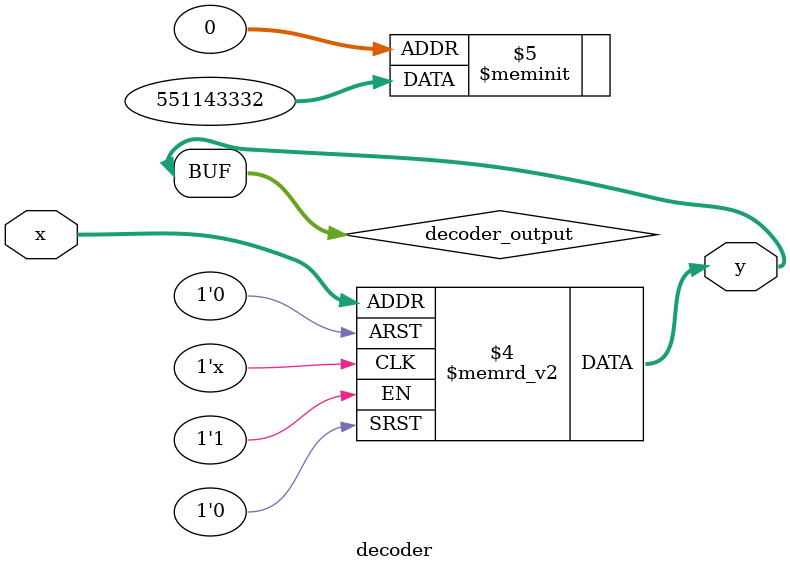
<source format=sv>
module decoder(
  input  logic [2:0] x,
  output logic [3:0] y
);

  logic [3:0] decoder_output;
  always_comb begin
    case (x)
      3'b000: decoder_output = 4'b0100;
      3'b001: decoder_output = 4'b1010;
      3'b010: decoder_output = 4'b0111;
      3'b011: decoder_output = 4'b1100;
      3'b100: decoder_output = 4'b1001;
      3'b101: decoder_output = 4'b1101;
      3'b110: decoder_output = 4'b0000;
      3'b111: decoder_output = 4'b0010;
    endcase
  end

  assign y = decoder_output;

endmodule

</source>
